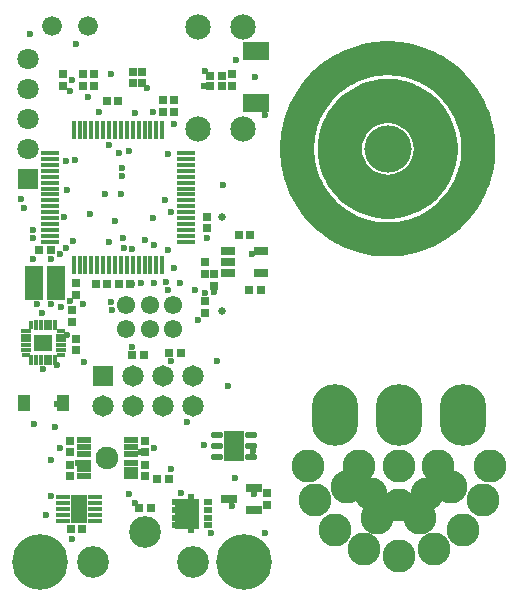
<source format=gbs>
G04*
G04 #@! TF.GenerationSoftware,Altium Limited,Altium Designer,20.0.13 (296)*
G04*
G04 Layer_Color=16711935*
%FSLAX25Y25*%
%MOIN*%
G70*
G01*
G75*
%ADD42C,0.11200*%
%ADD45C,0.14575*%
%ADD92C,0.15750*%
%ADD97R,0.03150X0.03110*%
%ADD99R,0.02953X0.02559*%
%ADD100R,0.02559X0.02953*%
%ADD110R,0.03110X0.03150*%
%ADD116O,0.15591X0.20591*%
%ADD119C,0.07591*%
%ADD120C,0.06591*%
%ADD121C,0.06102*%
%ADD122R,0.05891X0.05391*%
%ADD123R,0.07087X0.07087*%
%ADD124C,0.07087*%
%ADD125R,0.07146X0.07146*%
%ADD126C,0.07146*%
%ADD127C,0.08465*%
%ADD128C,0.18591*%
%ADD129C,0.10591*%
%ADD130C,0.02559*%
%ADD131C,0.02362*%
%ADD132C,0.11000*%
%ADD133R,0.04528X0.01772*%
%ADD134R,0.02559X0.01968*%
%ADD135R,0.01772X0.02165*%
%ADD136R,0.08386X0.10236*%
%ADD137R,0.02284X0.02087*%
%ADD138R,0.04528X0.01969*%
%ADD139R,0.01191X0.02791*%
%ADD140R,0.01378X0.03543*%
%ADD141R,0.02791X0.01191*%
%ADD142R,0.03543X0.01378*%
%ADD143R,0.04921X0.02953*%
%ADD144R,0.08858X0.06102*%
%ADD145R,0.06496X0.11221*%
%ADD146R,0.05512X0.02953*%
%ADD147R,0.07008X0.09921*%
G04:AMPARAMS|DCode=148|XSize=39.76mil|YSize=21.65mil|CornerRadius=4.92mil|HoleSize=0mil|Usage=FLASHONLY|Rotation=0.000|XOffset=0mil|YOffset=0mil|HoleType=Round|Shape=RoundedRectangle|*
%AMROUNDEDRECTD148*
21,1,0.03976,0.01181,0,0,0.0*
21,1,0.02992,0.02165,0,0,0.0*
1,1,0.00984,0.01496,-0.00591*
1,1,0.00984,-0.01496,-0.00591*
1,1,0.00984,-0.01496,0.00591*
1,1,0.00984,0.01496,0.00591*
%
%ADD148ROUNDEDRECTD148*%
%ADD149R,0.04173X0.05394*%
%ADD150R,0.01772X0.06398*%
%ADD151R,0.06398X0.01772*%
%ADD152R,0.05709X0.09646*%
D42*
X677059Y543108D02*
X677043Y544106D01*
X676993Y545104D01*
X676911Y546099D01*
X676795Y547091D01*
X676647Y548078D01*
X676467Y549060D01*
X676254Y550036D01*
X676008Y551004D01*
X675731Y551964D01*
X675423Y552914D01*
X675083Y553853D01*
X674712Y554780D01*
X674311Y555694D01*
X673880Y556595D01*
X673419Y557481D01*
X672929Y558351D01*
X672411Y559205D01*
X671865Y560041D01*
X671291Y560859D01*
X670691Y561657D01*
X670065Y562435D01*
X669413Y563191D01*
X668737Y563926D01*
X668037Y564638D01*
X667313Y565326D01*
X666567Y565990D01*
X665800Y566630D01*
X665012Y567243D01*
X664204Y567830D01*
X663377Y568390D01*
X662532Y568922D01*
X661670Y569426D01*
X660792Y569902D01*
X659898Y570348D01*
X658990Y570764D01*
X658069Y571150D01*
X657136Y571505D01*
X656191Y571829D01*
X655237Y572122D01*
X654273Y572383D01*
X653301Y572612D01*
X652322Y572809D01*
X651337Y572974D01*
X650347Y573105D01*
X649353Y573204D01*
X648356Y573270D01*
X647358Y573303D01*
X646360D01*
X645362Y573270D01*
X644365Y573204D01*
X643371Y573105D01*
X642382Y572974D01*
X641397Y572809D01*
X640417Y572612D01*
X639445Y572383D01*
X638482Y572122D01*
X637527Y571829D01*
X636582Y571505D01*
X635649Y571150D01*
X634728Y570764D01*
X633820Y570348D01*
X632927Y569902D01*
X632048Y569426D01*
X631186Y568922D01*
X630341Y568390D01*
X629514Y567830D01*
X628707Y567243D01*
X627918Y566630D01*
X627151Y565990D01*
X626405Y565326D01*
X625682Y564638D01*
X624981Y563926D01*
X624305Y563191D01*
X623653Y562435D01*
X623027Y561657D01*
X622427Y560859D01*
X621853Y560041D01*
X621307Y559205D01*
X620789Y558352D01*
X620299Y557481D01*
X619838Y556595D01*
X619407Y555694D01*
X619006Y554780D01*
X618635Y553853D01*
X618295Y552914D01*
X617987Y551964D01*
X617710Y551004D01*
X617465Y550036D01*
X617252Y549060D01*
X617071Y548078D01*
X616923Y547091D01*
X616808Y546099D01*
X616725Y545104D01*
X616676Y544106D01*
X616659Y543108D01*
X616676Y542109D01*
X616725Y541112D01*
X616808Y540116D01*
X616923Y539124D01*
X617071Y538137D01*
X617252Y537155D01*
X617465Y536179D01*
X617710Y535211D01*
X617987Y534251D01*
X618295Y533302D01*
X618635Y532363D01*
X619006Y531435D01*
X619407Y530521D01*
X619838Y529620D01*
X620299Y528734D01*
X620789Y527864D01*
X621307Y527010D01*
X621853Y526174D01*
X622427Y525356D01*
X623027Y524558D01*
X623653Y523781D01*
X624305Y523024D01*
X624981Y522289D01*
X625682Y521577D01*
X626405Y520889D01*
X627151Y520225D01*
X627918Y519586D01*
X628706Y518972D01*
X629514Y518385D01*
X630341Y517825D01*
X631186Y517293D01*
X632048Y516789D01*
X632926Y516314D01*
X633820Y515868D01*
X634728Y515451D01*
X635649Y515065D01*
X636582Y514710D01*
X637527Y514386D01*
X638481Y514093D01*
X639445Y513832D01*
X640417Y513603D01*
X641396Y513406D01*
X642381Y513241D01*
X643371Y513110D01*
X644365Y513011D01*
X645362Y512945D01*
X646360Y512912D01*
X647358Y512912D01*
X648356Y512945D01*
X649353Y513011D01*
X650347Y513110D01*
X651336Y513241D01*
X652321Y513406D01*
X653301Y513602D01*
X654273Y513832D01*
X655236Y514093D01*
X656191Y514386D01*
X657136Y514710D01*
X658069Y515065D01*
X658990Y515451D01*
X659898Y515867D01*
X660791Y516313D01*
X661670Y516789D01*
X662532Y517293D01*
X663377Y517825D01*
X664204Y518385D01*
X665012Y518972D01*
X665800Y519585D01*
X666567Y520224D01*
X667313Y520889D01*
X668036Y521577D01*
X668737Y522289D01*
X669413Y523024D01*
X670065Y523780D01*
X670691Y524558D01*
X671291Y525356D01*
X671865Y526174D01*
X672411Y527010D01*
X672929Y527864D01*
X673419Y528734D01*
X673880Y529620D01*
X674311Y530521D01*
X674712Y531435D01*
X675083Y532363D01*
X675423Y533301D01*
X675731Y534251D01*
X676008Y535211D01*
X676254Y536179D01*
X676467Y537155D01*
X676647Y538137D01*
X676795Y539124D01*
X676911Y540116D01*
X676993Y541112D01*
X677043Y542109D01*
X677059Y543108D01*
D45*
X662809Y543108D02*
X662778Y544109D01*
X662683Y545107D01*
X662527Y546096D01*
X662308Y547074D01*
X662029Y548036D01*
X661689Y548979D01*
X661291Y549899D01*
X660836Y550792D01*
X660326Y551654D01*
X659763Y552483D01*
X659149Y553274D01*
X658486Y554026D01*
X657778Y554735D01*
X657026Y555397D01*
X656234Y556011D01*
X655406Y556574D01*
X654543Y557085D01*
X653650Y557540D01*
X652731Y557937D01*
X651788Y558277D01*
X650826Y558556D01*
X649848Y558775D01*
X648858Y558932D01*
X647861Y559026D01*
X646859Y559058D01*
X645858Y559026D01*
X644860Y558932D01*
X643870Y558775D01*
X642893Y558556D01*
X641930Y558277D01*
X640988Y557937D01*
X640068Y557540D01*
X639175Y557085D01*
X638313Y556575D01*
X637484Y556011D01*
X636692Y555397D01*
X635941Y554735D01*
X635232Y554026D01*
X634569Y553274D01*
X633955Y552483D01*
X633392Y551654D01*
X632882Y550792D01*
X632427Y549899D01*
X632029Y548979D01*
X631690Y548036D01*
X631410Y547074D01*
X631192Y546096D01*
X631035Y545107D01*
X630941Y544109D01*
X630909Y543108D01*
X630941Y542106D01*
X631035Y541108D01*
X631192Y540119D01*
X631410Y539141D01*
X631690Y538179D01*
X632029Y537236D01*
X632427Y536316D01*
X632882Y535424D01*
X633392Y534561D01*
X633955Y533732D01*
X634570Y532941D01*
X635232Y532189D01*
X635941Y531481D01*
X636692Y530818D01*
X637484Y530204D01*
X638313Y529640D01*
X639175Y529130D01*
X640068Y528676D01*
X640988Y528278D01*
X641930Y527938D01*
X642893Y527659D01*
X643870Y527440D01*
X644860Y527283D01*
X645858Y527189D01*
X646859Y527157D01*
X647861Y527189D01*
X648858Y527283D01*
X649848Y527440D01*
X650826Y527659D01*
X651788Y527938D01*
X652731Y528278D01*
X653650Y528676D01*
X654543Y529131D01*
X655406Y529640D01*
X656234Y530204D01*
X657026Y530818D01*
X657778Y531481D01*
X658486Y532189D01*
X659149Y532941D01*
X659763Y533732D01*
X660326Y534561D01*
X660836Y535424D01*
X661291Y536316D01*
X661689Y537236D01*
X662029Y538179D01*
X662308Y539141D01*
X662527Y540119D01*
X662683Y541109D01*
X662778Y542106D01*
X662809Y543108D01*
D92*
X646859D02*
D03*
D97*
X541228Y416500D02*
D03*
X544772D02*
D03*
X548772Y564000D02*
D03*
X545228D02*
D03*
X548772Y568000D02*
D03*
X545228D02*
D03*
X553228Y559000D02*
D03*
X556772D02*
D03*
X553272Y498000D02*
D03*
X549728D02*
D03*
X600772Y514500D02*
D03*
X597228D02*
D03*
X557228Y498000D02*
D03*
X560772D02*
D03*
D99*
X573969Y433000D02*
D03*
X570031D02*
D03*
X567969Y423500D02*
D03*
X564032Y423500D02*
D03*
X577969Y475000D02*
D03*
X574031D02*
D03*
X561531Y474500D02*
D03*
X565469D02*
D03*
X587532Y564000D02*
D03*
X591468D02*
D03*
X591468Y567500D02*
D03*
X587532D02*
D03*
X534469Y509500D02*
D03*
X530532D02*
D03*
X604468Y496000D02*
D03*
X600531D02*
D03*
D100*
X538500Y564032D02*
D03*
Y567969D02*
D03*
X572000Y555532D02*
D03*
Y559469D02*
D03*
X575500Y555532D02*
D03*
Y559469D02*
D03*
X541500Y489468D02*
D03*
Y485532D02*
D03*
X589000Y501469D02*
D03*
Y497532D02*
D03*
X586000Y488531D02*
D03*
Y492469D02*
D03*
X543000Y498468D02*
D03*
Y494531D02*
D03*
X606500Y424532D02*
D03*
Y428469D02*
D03*
X586000Y501532D02*
D03*
Y505469D02*
D03*
X595000Y567937D02*
D03*
Y564000D02*
D03*
D110*
X566000Y445772D02*
D03*
Y442228D02*
D03*
Y437772D02*
D03*
Y434228D02*
D03*
X541000Y442228D02*
D03*
Y445772D02*
D03*
X541000Y437772D02*
D03*
X541000Y434228D02*
D03*
X562000Y565228D02*
D03*
Y568772D02*
D03*
X565000Y565228D02*
D03*
Y568772D02*
D03*
X586500Y520272D02*
D03*
Y516728D02*
D03*
X543000Y476228D02*
D03*
Y479772D02*
D03*
D116*
X629338Y454384D02*
D03*
X671896D02*
D03*
X650565D02*
D03*
D119*
X553374Y440024D02*
D03*
D120*
X546811Y584000D02*
D03*
X535000D02*
D03*
D121*
X559626Y483126D02*
D03*
X567500Y483063D02*
D03*
X575374D02*
D03*
Y491000D02*
D03*
X567500D02*
D03*
X559626D02*
D03*
D122*
X532000Y478500D02*
D03*
D123*
X527000Y533000D02*
D03*
D124*
Y543000D02*
D03*
Y553000D02*
D03*
Y563000D02*
D03*
Y573000D02*
D03*
D125*
X552000Y467500D02*
D03*
D126*
X562000D02*
D03*
X572000D02*
D03*
X582000D02*
D03*
X552000Y457500D02*
D03*
X562000D02*
D03*
X572000D02*
D03*
X582000D02*
D03*
D127*
X598551Y549665D02*
D03*
Y583681D02*
D03*
X583591D02*
D03*
Y549665D02*
D03*
D128*
X599000Y405500D02*
D03*
X531000D02*
D03*
D129*
X566000Y415500D02*
D03*
X548500Y405500D02*
D03*
X582000D02*
D03*
D130*
X591575Y489000D02*
D03*
Y520496D02*
D03*
D131*
X539963Y529537D02*
D03*
X528500Y516000D02*
D03*
Y513500D02*
D03*
X558251Y534056D02*
D03*
X558231Y536830D02*
D03*
X560728Y542272D02*
D03*
X557111Y541612D02*
D03*
X558500Y513500D02*
D03*
X532000Y469586D02*
D03*
X552500Y528000D02*
D03*
X573500Y509500D02*
D03*
X569000Y511000D02*
D03*
X583500Y486000D02*
D03*
X602134Y428134D02*
D03*
X561500Y498200D02*
D03*
X527500Y581500D02*
D03*
X602500Y567000D02*
D03*
X558000Y528000D02*
D03*
X592000Y531000D02*
D03*
X593500Y464000D02*
D03*
X606000Y415000D02*
D03*
X529000Y451500D02*
D03*
X545500Y472000D02*
D03*
X586500Y513500D02*
D03*
X575500Y503500D02*
D03*
X524500Y526500D02*
D03*
X574500Y472500D02*
D03*
X541500Y413000D02*
D03*
X533000Y421000D02*
D03*
X534500Y427500D02*
D03*
Y439500D02*
D03*
X574532Y522031D02*
D03*
X596000Y433500D02*
D03*
X564500Y498500D02*
D03*
X531734Y488328D02*
D03*
X538000Y490500D02*
D03*
X534500Y491500D02*
D03*
X530000D02*
D03*
X559000Y510000D02*
D03*
X541000Y492531D02*
D03*
X554500Y492000D02*
D03*
X555000Y489500D02*
D03*
X561531Y476968D02*
D03*
X569000Y498500D02*
D03*
X553957Y511957D02*
D03*
X561685Y509685D02*
D03*
X565768Y512768D02*
D03*
X568469Y520031D02*
D03*
X562500Y555000D02*
D03*
X550500Y555500D02*
D03*
X541500Y566000D02*
D03*
X541000Y562500D02*
D03*
X554500Y568000D02*
D03*
X547000Y560500D02*
D03*
X573500Y541500D02*
D03*
X573086Y498586D02*
D03*
X572532Y525969D02*
D03*
X586000Y495000D02*
D03*
X589000Y495500D02*
D03*
X573500Y496000D02*
D03*
X547500Y521500D02*
D03*
X525500Y523248D02*
D03*
X541926Y512574D02*
D03*
X580000Y452000D02*
D03*
X539500Y510131D02*
D03*
X590000Y472500D02*
D03*
X537500Y508000D02*
D03*
X534500Y506468D02*
D03*
X528516Y506516D02*
D03*
X542500Y539500D02*
D03*
X539500Y539000D02*
D03*
X575500Y551335D02*
D03*
X568469Y555532D02*
D03*
X566728Y563500D02*
D03*
X554000Y544500D02*
D03*
X568838Y443500D02*
D03*
X564500Y442000D02*
D03*
X602000Y442500D02*
D03*
X606000Y554500D02*
D03*
X596158Y572657D02*
D03*
X585500Y564000D02*
D03*
X586031Y569000D02*
D03*
X577500Y498500D02*
D03*
X582500Y496000D02*
D03*
X545362Y491362D02*
D03*
X540011Y481011D02*
D03*
X556000Y519000D02*
D03*
X562532Y425000D02*
D03*
X536500Y471000D02*
D03*
X539000Y520272D02*
D03*
X585500Y444500D02*
D03*
X601500Y508000D02*
D03*
X595000Y424000D02*
D03*
X587968Y415000D02*
D03*
X543000Y578000D02*
D03*
X536500Y458000D02*
D03*
X574500Y436500D02*
D03*
X536000Y450500D02*
D03*
X543500Y438500D02*
D03*
X537500Y443500D02*
D03*
X578000Y428500D02*
D03*
X560500Y428000D02*
D03*
X653121Y571369D02*
D03*
X659621Y567369D02*
D03*
X646859Y514621D02*
D03*
Y508923D02*
D03*
X650621Y516869D02*
D03*
X652621Y511369D02*
D03*
X655621Y518369D02*
D03*
X658121Y513369D02*
D03*
X660621Y520369D02*
D03*
X664121Y515869D02*
D03*
X665621Y523369D02*
D03*
X670121Y520369D02*
D03*
Y528369D02*
D03*
X675121Y526369D02*
D03*
X673621Y533869D02*
D03*
X678121Y532869D02*
D03*
X674121Y540369D02*
D03*
X680121Y539869D02*
D03*
X674621Y546369D02*
D03*
X680621Y547369D02*
D03*
X672280Y553257D02*
D03*
X678621Y554369D02*
D03*
X669121Y558869D02*
D03*
X674621Y561369D02*
D03*
X665121Y563369D02*
D03*
X668121Y567869D02*
D03*
X660621Y573869D02*
D03*
X653621Y576369D02*
D03*
X646859Y571040D02*
D03*
Y576528D02*
D03*
X635796Y543108D02*
D03*
X627621Y549369D02*
D03*
X630121Y555369D02*
D03*
X636621Y560869D02*
D03*
X643121Y563869D02*
D03*
X645621Y557369D02*
D03*
X642121Y556369D02*
D03*
X638121Y554369D02*
D03*
X634121Y551369D02*
D03*
X631621Y547869D02*
D03*
X633121Y530369D02*
D03*
X635621Y534869D02*
D03*
X628121Y536369D02*
D03*
X632621Y537869D02*
D03*
X626768Y543108D02*
D03*
X630811D02*
D03*
X644694Y541458D02*
D03*
D132*
X650565Y437513D02*
D03*
X662108Y409576D02*
D03*
X650545Y407276D02*
D03*
X638981Y409576D02*
D03*
X629178Y416126D02*
D03*
X622628Y425929D02*
D03*
X620328Y437492D02*
D03*
X680761D02*
D03*
X678461Y425929D02*
D03*
X671911Y416126D02*
D03*
X663734Y437492D02*
D03*
X659871Y428166D02*
D03*
X650545Y424303D02*
D03*
X643388Y420215D02*
D03*
X637356Y437492D02*
D03*
X667822Y430336D02*
D03*
X657701Y420215D02*
D03*
X641219Y428166D02*
D03*
X633267Y430336D02*
D03*
D133*
X549315Y419063D02*
D03*
Y421032D02*
D03*
Y423000D02*
D03*
Y424968D02*
D03*
Y426937D02*
D03*
X538685D02*
D03*
Y424968D02*
D03*
Y423000D02*
D03*
Y421032D02*
D03*
Y419063D02*
D03*
D134*
X586929Y425339D02*
D03*
Y422780D02*
D03*
Y420221D02*
D03*
Y417661D02*
D03*
D135*
X575512D02*
D03*
Y420221D02*
D03*
Y422780D02*
D03*
Y425339D02*
D03*
D136*
X580000Y421500D02*
D03*
D137*
X581417Y427071D02*
D03*
Y415929D02*
D03*
D138*
X561248Y446028D02*
D03*
Y443665D02*
D03*
Y441500D02*
D03*
Y438547D02*
D03*
Y436185D02*
D03*
Y434020D02*
D03*
X545500Y446028D02*
D03*
Y443862D02*
D03*
Y441500D02*
D03*
Y438547D02*
D03*
Y436382D02*
D03*
Y434020D02*
D03*
D139*
X528063Y484406D02*
D03*
D140*
X529638D02*
D03*
X531213D02*
D03*
X532787D02*
D03*
X534362D02*
D03*
X535937D02*
D03*
Y472594D02*
D03*
X534362D02*
D03*
X532787D02*
D03*
X531213D02*
D03*
X529638D02*
D03*
X528063D02*
D03*
D141*
X537906Y482437D02*
D03*
Y474563D02*
D03*
X526094D02*
D03*
D142*
X537906Y480862D02*
D03*
Y479287D02*
D03*
Y477713D02*
D03*
Y476138D02*
D03*
X526094D02*
D03*
Y477713D02*
D03*
Y479287D02*
D03*
Y480862D02*
D03*
Y482437D02*
D03*
D143*
X593488Y505500D02*
D03*
Y501760D02*
D03*
Y509240D02*
D03*
X604512D02*
D03*
Y501760D02*
D03*
D144*
X603000Y575661D02*
D03*
Y558339D02*
D03*
D145*
X536240Y498500D02*
D03*
X528760D02*
D03*
D146*
X593866Y426500D02*
D03*
X602134Y422760D02*
D03*
Y430240D02*
D03*
D147*
X595500Y444000D02*
D03*
D148*
X601150Y440260D02*
D03*
Y444000D02*
D03*
Y447740D02*
D03*
X589850D02*
D03*
Y444000D02*
D03*
Y440260D02*
D03*
D149*
X525563Y458500D02*
D03*
X538437D02*
D03*
D150*
X571673Y549543D02*
D03*
X569705D02*
D03*
X567736D02*
D03*
X565768D02*
D03*
X563799D02*
D03*
X561831D02*
D03*
X559862D02*
D03*
X557894D02*
D03*
X555925D02*
D03*
X553957D02*
D03*
X551988D02*
D03*
X550020D02*
D03*
X548051D02*
D03*
X546083D02*
D03*
X544114D02*
D03*
X542146D02*
D03*
Y504362D02*
D03*
X544114D02*
D03*
X546083D02*
D03*
X548051D02*
D03*
X550020D02*
D03*
X551988D02*
D03*
X553957D02*
D03*
X555925D02*
D03*
X557894D02*
D03*
X559862D02*
D03*
X561831D02*
D03*
X563799D02*
D03*
X565768D02*
D03*
X567736D02*
D03*
X569705D02*
D03*
X571673D02*
D03*
D151*
X534319Y541716D02*
D03*
Y539748D02*
D03*
Y537780D02*
D03*
Y535811D02*
D03*
Y533843D02*
D03*
Y531874D02*
D03*
Y529906D02*
D03*
Y527937D02*
D03*
Y525969D02*
D03*
Y524000D02*
D03*
Y522031D02*
D03*
Y520063D02*
D03*
Y518094D02*
D03*
Y516126D02*
D03*
Y514157D02*
D03*
Y512189D02*
D03*
X579500D02*
D03*
Y514157D02*
D03*
Y516126D02*
D03*
Y518094D02*
D03*
Y520063D02*
D03*
Y522031D02*
D03*
Y524000D02*
D03*
Y525969D02*
D03*
Y527937D02*
D03*
Y529906D02*
D03*
Y531874D02*
D03*
Y533843D02*
D03*
Y535811D02*
D03*
Y537780D02*
D03*
Y539748D02*
D03*
Y541716D02*
D03*
D152*
X544000Y423000D02*
D03*
M02*

</source>
